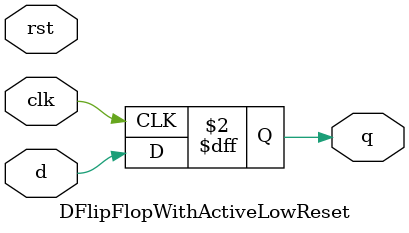
<source format=v>
module DFlipFlopWithActiveLowReset(
    input wire clk,
    input wire rst,
    input wire d,
    output reg q
);

   always @(posedge clk) 
	begin
      //if (!rst) 
      //  q <= 1'b0; // Active low synchronous reset
      //else 
         q <= d;
   end

endmodule

</source>
